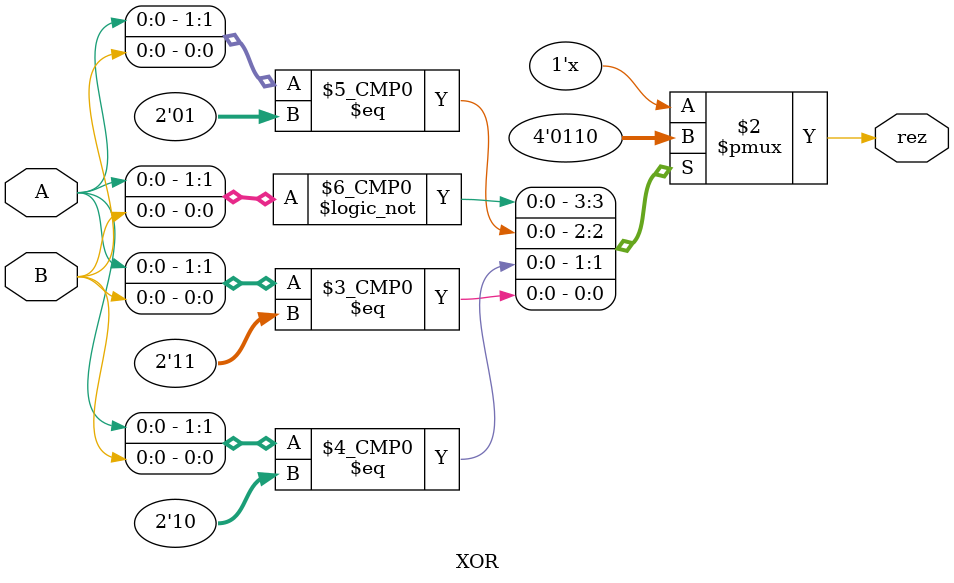
<source format=v>
`timescale 1ns / 1ps


// xor edhe pse o built in primitive..
module XOR(
        input A,
        input B,
        output reg rez
    );
    always @* begin
    case({A,B})
        2'b00: rez = 1'b0;
        2'b01: rez = 1'b1;
        2'b10: rez = 1'b1;
        2'b11: rez = 1'b0;
    endcase
    end
endmodule

</source>
